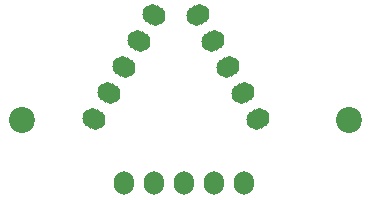
<source format=gbr>
%TF.GenerationSoftware,KiCad,Pcbnew,7.0.9*%
%TF.CreationDate,2024-03-01T11:20:35+09:00*%
%TF.ProjectId,LineIntegratedBoard2,4c696e65-496e-4746-9567-726174656442,rev?*%
%TF.SameCoordinates,Original*%
%TF.FileFunction,Soldermask,Bot*%
%TF.FilePolarity,Negative*%
%FSLAX46Y46*%
G04 Gerber Fmt 4.6, Leading zero omitted, Abs format (unit mm)*
G04 Created by KiCad (PCBNEW 7.0.9) date 2024-03-01 11:20:35*
%MOMM*%
%LPD*%
G01*
G04 APERTURE LIST*
G04 Aperture macros list*
%AMHorizOval*
0 Thick line with rounded ends*
0 $1 width*
0 $2 $3 position (X,Y) of the first rounded end (center of the circle)*
0 $4 $5 position (X,Y) of the second rounded end (center of the circle)*
0 Add line between two ends*
20,1,$1,$2,$3,$4,$5,0*
0 Add two circle primitives to create the rounded ends*
1,1,$1,$2,$3*
1,1,$1,$4,$5*%
G04 Aperture macros list end*
%ADD10C,2.200000*%
%ADD11O,1.700000X2.000000*%
%ADD12HorizOval,1.700000X-0.129904X-0.075000X0.129904X0.075000X0*%
%ADD13HorizOval,1.700000X0.129904X-0.075000X-0.129904X0.075000X0*%
G04 APERTURE END LIST*
D10*
%TO.C,REF\u002A\u002A*%
X138684000Y-101600000D03*
%TD*%
%TO.C,REF\u002A\u002A*%
X166370000Y-101600000D03*
%TD*%
D11*
%TO.C,J3*%
X147320000Y-106934000D03*
X149860000Y-106934000D03*
X152400000Y-106934000D03*
X154940000Y-106934000D03*
X157480000Y-106934000D03*
%TD*%
D12*
%TO.C,J1*%
X158719751Y-101512426D03*
X157449751Y-99312721D03*
X156179751Y-97113017D03*
X154909751Y-94913312D03*
X153639751Y-92713608D03*
%TD*%
D13*
%TO.C,J2*%
X149860000Y-92710000D03*
X148590000Y-94909704D03*
X147320000Y-97109409D03*
X146050000Y-99309113D03*
X144780000Y-101508818D03*
%TD*%
M02*

</source>
